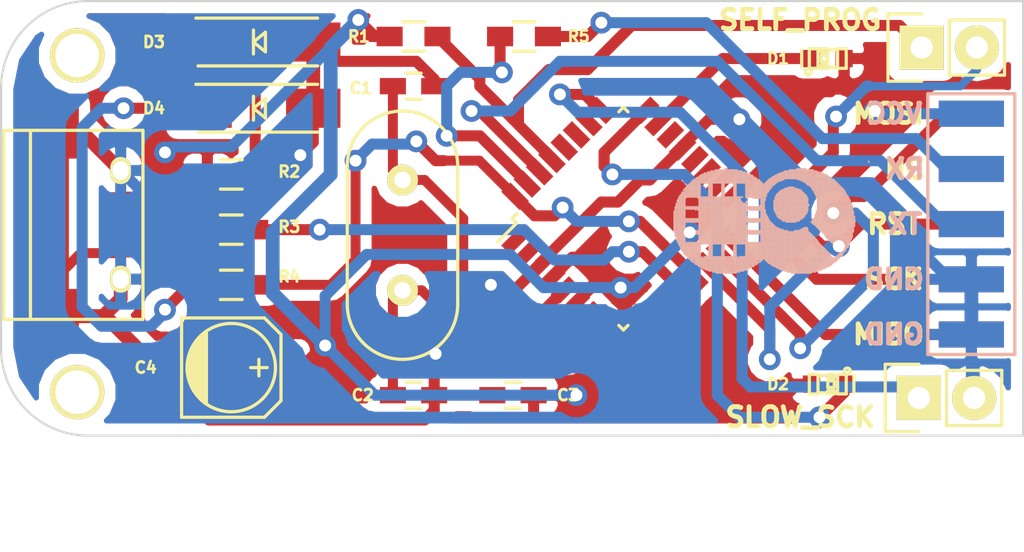
<source format=kicad_pcb>
(kicad_pcb (version 4) (host pcbnew "(2015-01-16 BZR 5376)-product")
  (layers (0 F.Cu signal) (31 B.Cu signal) (34 B.Paste user) (35 F.Paste user) (36 B.SilkS user) (37 F.SilkS user) (38 B.Mask user) (39 F.Mask user) (44 Edge.Cuts user))
  (net 0 "")
  (net 1 "Net-(C1-Pad1)")
  (net 2 GND)
  (net 3 "Net-(C2-Pad1)")
  (net 4 VCC)
  (net 5 "Net-(CON1-Pad2)")
  (net 6 "Net-(CON1-Pad3)")
  (net 7 "Net-(D1-Pad2)")
  (net 8 "Net-(D2-Pad2)")
  (net 9 "Net-(IC1-Pad1)")
  (net 10 "Net-(IC1-Pad2)")
  (net 11 "Net-(IC1-Pad9)")
  (net 12 "Net-(IC1-Pad10)")
  (net 13 "Net-(IC1-Pad11)")
  (net 14 "Net-(IC1-Pad12)")
  (net 15 "Net-(IC1-Pad13)")
  (net 16 "Net-(IC1-Pad14)")
  (net 17 "Net-(IC1-Pad15)")
  (net 18 "Net-(IC1-Pad16)")
  (net 19 "Net-(IC1-Pad17)")
  (net 20 "Net-(IC1-Pad19)")
  (net 21 "Net-(IC1-Pad20)")
  (net 22 "Net-(IC1-Pad22)")
  (net 23 "Net-(IC1-Pad25)")
  (net 24 "Net-(IC1-Pad26)")
  (net 25 "Net-(IC1-Pad27)")
  (net 26 "Net-(IC1-Pad28)")
  (net 27 "Net-(IC1-Pad29)")
  (net 28 "Net-(IC1-Pad30)")
  (net 29 "Net-(IC1-Pad31)")
  (net 30 "Net-(P1-Pad3)")
  (net 31 "Net-(P1-Pad4)")
  (net 32 "Net-(P2-Pad1)")
  (net 33 "Net-(P3-Pad1)")
  (module Connect:1pin (layer F.Cu) (at 109.5 104)
    (fp_text reference P3 hide)
    (fp_text value CONN_01X01 hide)
    (pad 1 thru_hole circle (at 0 0) (size 2.5 2.5) (drill 2) (layers *.Cu *.Mask F.SilkS) (net 33 "Net-(P3-Pad1)"))
  )
  (module Connect:1pin (layer F.Cu) (at 109.5 88.5)
    (fp_text reference P2 hide)
    (fp_text value CONN_01X01 hide)
    (pad 1 thru_hole circle (at 0 0) (size 2.5 2.5) (drill 2) (layers *.Cu *.Mask F.SilkS) (net 32 "Net-(P2-Pad1)"))
  )
  (module Capacitors_SMD:C_0603_HandSoldering (layer F.Cu) (at 124.968 89.916)
    (fp_text reference C1 (at -2.424669 0.089803) (layer F.SilkS) (effects (font (size 0.508 0.508) (thickness 0.127))))
    (fp_text value 22pF hide)
    (pad 1 smd rect (at -0.95 0) (size 1.2 0.75) (layers F.Cu F.Paste F.Mask) (net 1 "Net-(C1-Pad1)"))
    (pad 2 smd rect (at 0.95 0) (size 1.2 0.75) (layers F.Cu F.Paste F.Mask) (net 2 GND))
  )
  (module Capacitors_SMD:C_0603_HandSoldering (layer F.Cu) (at 124.968 104.14)
    (fp_text reference C2 (at -2.334867 0) (layer F.SilkS) (effects (font (size 0.508 0.508) (thickness 0.127))))
    (fp_text value 22pF hide)
    (pad 1 smd rect (at -0.95 0) (size 1.2 0.75) (layers F.Cu F.Paste F.Mask) (net 3 "Net-(C2-Pad1)"))
    (pad 2 smd rect (at 0.95 0) (size 1.2 0.75) (layers F.Cu F.Paste F.Mask) (net 2 GND))
  )
  (module Capacitors_SMD:C_0603_HandSoldering (layer F.Cu) (at 129.54 104.14)
    (fp_text reference C3 (at 2.54 0) (layer F.SilkS) (effects (font (size 0.508 0.508) (thickness 0.127))))
    (fp_text value 0.1uF hide)
    (pad 1 smd rect (at -0.95 0) (size 1.2 0.75) (layers F.Cu F.Paste F.Mask) (net 2 GND))
    (pad 2 smd rect (at 0.95 0) (size 1.2 0.75) (layers F.Cu F.Paste F.Mask) (net 4 VCC))
  )
  (module Capacitors_SMD:c_elec_4x5.8 (layer F.Cu) (at 116.586 102.87)
    (fp_text reference C4 (at -3.937 0) (layer F.SilkS) (effects (font (size 0.508 0.508) (thickness 0.127))))
    (fp_text value 4.7uF hide)
    (pad 1 smd rect (at 1.80086 0) (size 2.60096 1.6002) (layers F.Cu F.Paste F.Mask) (net 4 VCC))
    (pad 2 smd rect (at -1.80086 0) (size 2.60096 1.6002) (layers F.Cu F.Paste F.Mask) (net 2 GND))
  )
  (module EE:USB_Micro-B_SMD (layer F.Cu) (at 111.5 95)
    (fp_text reference CON1 hide)
    (fp_text value USB-MICRO-B hide)
    (pad 1 smd rect (at 0 0) (size 1.35 0.4) (layers F.Cu F.Paste F.Mask) (net 4 VCC))
    (pad 2 smd rect (at 0 0.65) (size 1.35 0.4) (layers F.Cu F.Paste F.Mask) (net 5 "Net-(CON1-Pad2)"))
    (pad 3 smd rect (at 0 1.3) (size 1.35 0.4) (layers F.Cu F.Paste F.Mask) (net 6 "Net-(CON1-Pad3)"))
    (pad 4 smd rect (at 0 1.95) (size 1.35 0.4) (layers F.Cu F.Paste F.Mask) (net 2 GND))
    (pad 5 smd rect (at 0 2.6) (size 1.35 0.4) (layers F.Cu F.Paste F.Mask) (net 2 GND))
    (pad 6 thru_hole oval (at 0 -1.2) (size 0.95 1.25) (drill oval 0.75 0.85) (layers *.Cu *.Mask F.SilkS) (net 2 GND))
    (pad 7 thru_hole oval (at 0 3.8) (size 0.95 1.25) (drill oval 0.75 0.85) (layers *.Cu *.Mask F.SilkS) (net 2 GND))
    (pad 8 smd rect (at -2.7 -3) (size 1.55 2.5) (layers F.Cu F.Paste F.Mask) (net 2 GND))
    (pad 9 smd rect (at -2.7 5.5) (size 1.55 2.5) (layers F.Cu F.Paste F.Mask) (net 2 GND))
  )
  (module EE:LED-0603_NEW (layer F.Cu) (at 144.018 88.646 180)
    (fp_text reference D1 (at 2.286 0 360) (layer F.SilkS) (effects (font (size 0.508 0.508) (thickness 0.127))))
    (fp_text value RED hide)
    (pad 1 smd rect (at -0.7493 0 180) (size 0.79756 0.79756) (layers F.Cu F.Paste F.Mask) (net 4 VCC))
    (pad 2 smd rect (at 0.7493 0 180) (size 0.79756 0.79756) (layers F.Cu F.Paste F.Mask) (net 7 "Net-(D1-Pad2)"))
  )
  (module EE:LED-0603_NEW (layer F.Cu) (at 144.018 103.632)
    (fp_text reference D2 (at -2.286 0 180) (layer F.SilkS) (effects (font (size 0.508 0.508) (thickness 0.127))))
    (fp_text value GREEN hide)
    (pad 1 smd rect (at -0.7493 0) (size 0.79756 0.79756) (layers F.Cu F.Paste F.Mask) (net 4 VCC))
    (pad 2 smd rect (at 0.7493 0) (size 0.79756 0.79756) (layers F.Cu F.Paste F.Mask) (net 8 "Net-(D2-Pad2)"))
  )
  (module Pin_Headers:Pin_Header_Straight_1x02 (layer F.Cu) (at 148.336 88.138 90)
    (fp_text reference JP1 hide)
    (fp_text value SELF_PROG hide)
    (pad 1 thru_hole rect (at 0 0 90) (size 2.032 2.032) (drill 1.016) (layers *.Cu *.Mask F.SilkS) (net 27 "Net-(IC1-Pad29)"))
    (pad 2 thru_hole oval (at 0 2.54 90) (size 2.032 2.032) (drill 1.016) (layers *.Cu *.Mask F.SilkS) (net 16 "Net-(IC1-Pad14)"))
  )
  (module Pin_Headers:Pin_Header_Straight_1x02 (layer F.Cu) (at 148.209 104.267 90)
    (fp_text reference JP2 hide)
    (fp_text value SLOW_SCK hide)
    (pad 1 thru_hole rect (at 0 0 90) (size 2.032 2.032) (drill 1.016) (layers *.Cu *.Mask F.SilkS) (net 23 "Net-(IC1-Pad25)"))
    (pad 2 thru_hole oval (at 0 2.54 90) (size 2.032 2.032) (drill 1.016) (layers *.Cu *.Mask F.SilkS) (net 2 GND))
  )
  (module EE:5X2_FRC_2SIDE_EE (layer F.Cu) (at 150.622 96.266)
    (fp_text reference P1 hide)
    (fp_text value CONN_02X05 hide)
    (pad 1 smd rect (at 0 -5.08) (size 3 1.2) (layers F.Cu F.Paste F.Mask) (net 17 "Net-(IC1-Pad15)"))
    (pad 2 smd rect (at 0 -5.08) (size 3 1.2) (layers B.Cu F.Paste F.Mask) (net 4 VCC))
    (pad 3 smd rect (at 0 -2.54) (size 3 1.2) (layers F.Cu F.Paste F.Mask) (net 30 "Net-(P1-Pad3)"))
    (pad 4 smd rect (at 0 -2.54) (size 3 1.2) (layers B.Cu F.Paste F.Mask) (net 31 "Net-(P1-Pad4)"))
    (pad 5 smd rect (at 0 0) (size 3 1.2) (layers F.Cu F.Paste F.Mask) (net 16 "Net-(IC1-Pad14)"))
    (pad 6 smd rect (at 0 0) (size 3 1.2) (layers B.Cu F.Paste F.Mask) (net 28 "Net-(IC1-Pad30)"))
    (pad 7 smd rect (at 0 2.54) (size 3 1.2) (layers F.Cu F.Paste F.Mask) (net 19 "Net-(IC1-Pad17)"))
    (pad 8 smd rect (at 0 2.54) (size 3 1.2) (layers B.Cu F.Paste F.Mask) (net 2 GND))
    (pad 9 smd rect (at 0 5.08) (size 3 1.2) (layers F.Cu F.Paste F.Mask) (net 18 "Net-(IC1-Pad16)"))
    (pad 10 smd rect (at 0 5.08) (size 3 1.2) (layers B.Cu F.Paste F.Mask) (net 2 GND))
  )
  (module Resistors_SMD:R_0603_HandSoldering (layer F.Cu) (at 124.968 87.63 180)
    (fp_text reference R1 (at 2.514472 0 180) (layer F.SilkS) (effects (font (size 0.508 0.508) (thickness 0.127))))
    (fp_text value 10K hide)
    (pad 1 smd rect (at -1.1 0 180) (size 1.2 0.9) (layers F.Cu F.Paste F.Mask) (net 27 "Net-(IC1-Pad29)"))
    (pad 2 smd rect (at 1.1 0 180) (size 1.2 0.9) (layers F.Cu F.Paste F.Mask) (net 4 VCC))
  )
  (module Resistors_SMD:R_0603_HandSoldering (layer F.Cu) (at 116.586 93.98)
    (fp_text reference R2 (at 2.667 -0.127) (layer F.SilkS) (effects (font (size 0.508 0.508) (thickness 0.127))))
    (fp_text value 2.2K hide)
    (pad 1 smd rect (at -1.1 0) (size 1.2 0.9) (layers F.Cu F.Paste F.Mask) (net 4 VCC))
    (pad 2 smd rect (at 1.1 0) (size 1.2 0.9) (layers F.Cu F.Paste F.Mask) (net 5 "Net-(CON1-Pad2)"))
  )
  (module Resistors_SMD:R_0603_HandSoldering (layer F.Cu) (at 116.586 96.52)
    (fp_text reference R3 (at 2.667 -0.127) (layer F.SilkS) (effects (font (size 0.508 0.508) (thickness 0.127))))
    (fp_text value 68E hide)
    (pad 1 smd rect (at -1.1 0) (size 1.2 0.9) (layers F.Cu F.Paste F.Mask) (net 5 "Net-(CON1-Pad2)"))
    (pad 2 smd rect (at 1.1 0) (size 1.2 0.9) (layers F.Cu F.Paste F.Mask) (net 14 "Net-(IC1-Pad12)"))
  )
  (module Resistors_SMD:R_0603_HandSoldering (layer F.Cu) (at 116.586 99.06)
    (fp_text reference R4 (at 2.667 -0.381) (layer F.SilkS) (effects (font (size 0.508 0.508) (thickness 0.127))))
    (fp_text value 68E hide)
    (pad 1 smd rect (at -1.1 0) (size 1.2 0.9) (layers F.Cu F.Paste F.Mask) (net 6 "Net-(CON1-Pad3)"))
    (pad 2 smd rect (at 1.1 0) (size 1.2 0.9) (layers F.Cu F.Paste F.Mask) (net 15 "Net-(IC1-Pad13)"))
  )
  (module Resistors_SMD:R_0603_HandSoldering (layer F.Cu) (at 130.048 87.63 180)
    (fp_text reference R5 (at -2.514472 0 180) (layer F.SilkS) (effects (font (size 0.508 0.508) (thickness 0.127))))
    (fp_text value 1k hide)
    (pad 1 smd rect (at -1.1 0 180) (size 1.2 0.9) (layers F.Cu F.Paste F.Mask) (net 31 "Net-(P1-Pad4)"))
    (pad 2 smd rect (at 1.1 0 180) (size 1.2 0.9) (layers F.Cu F.Paste F.Mask) (net 29 "Net-(IC1-Pad31)"))
  )
  (module Crystals:HC-49V (layer F.Cu) (at 124.46 96.774 270)
    (fp_text reference X1 hide)
    (fp_text value CRYSTAL hide)
    (pad 1 thru_hole circle (at -2.54 0 270) (size 1.4224 1.4224) (drill 0.762) (layers *.Cu *.Mask F.SilkS) (net 1 "Net-(C1-Pad1)"))
    (pad 2 thru_hole circle (at 2.54 0 270) (size 1.4224 1.4224) (drill 0.762) (layers *.Cu *.Mask F.SilkS) (net 3 "Net-(C2-Pad1)"))
  )
  (module Housings_QFP:LQFP-32_7x7mm_Pitch0.8mm (layer F.Cu) (at 134.62 96.012 45)
    (fp_text reference IC1 hide)
    (fp_text value ATMEGA8-AI hide)
    (pad 1 smd rect (at -4.25 -2.8 45) (size 1.2 0.6) (layers F.Cu F.Paste F.Mask) (net 9 "Net-(IC1-Pad1)"))
    (pad 2 smd rect (at -4.25 -2 45) (size 1.2 0.6) (layers F.Cu F.Paste F.Mask) (net 10 "Net-(IC1-Pad2)"))
    (pad 3 smd rect (at -4.25 -1.2 45) (size 1.2 0.6) (layers F.Cu F.Paste F.Mask) (net 2 GND))
    (pad 4 smd rect (at -4.25 -0.4 45) (size 1.2 0.6) (layers F.Cu F.Paste F.Mask) (net 4 VCC))
    (pad 5 smd rect (at -4.25 0.4 45) (size 1.2 0.6) (layers F.Cu F.Paste F.Mask) (net 2 GND))
    (pad 6 smd rect (at -4.25 1.2 45) (size 1.2 0.6) (layers F.Cu F.Paste F.Mask) (net 4 VCC))
    (pad 7 smd rect (at -4.25 2 45) (size 1.2 0.6) (layers F.Cu F.Paste F.Mask) (net 1 "Net-(C1-Pad1)"))
    (pad 8 smd rect (at -4.25 2.8 45) (size 1.2 0.6) (layers F.Cu F.Paste F.Mask) (net 3 "Net-(C2-Pad1)"))
    (pad 9 smd rect (at -2.8 4.25 135) (size 1.2 0.6) (layers F.Cu F.Paste F.Mask) (net 11 "Net-(IC1-Pad9)"))
    (pad 10 smd rect (at -2 4.25 135) (size 1.2 0.6) (layers F.Cu F.Paste F.Mask) (net 12 "Net-(IC1-Pad10)"))
    (pad 11 smd rect (at -1.2 4.25 135) (size 1.2 0.6) (layers F.Cu F.Paste F.Mask) (net 13 "Net-(IC1-Pad11)"))
    (pad 12 smd rect (at -0.4 4.25 135) (size 1.2 0.6) (layers F.Cu F.Paste F.Mask) (net 14 "Net-(IC1-Pad12)"))
    (pad 13 smd rect (at 0.4 4.25 135) (size 1.2 0.6) (layers F.Cu F.Paste F.Mask) (net 15 "Net-(IC1-Pad13)"))
    (pad 14 smd rect (at 1.2 4.25 135) (size 1.2 0.6) (layers F.Cu F.Paste F.Mask) (net 16 "Net-(IC1-Pad14)"))
    (pad 15 smd rect (at 2 4.25 135) (size 1.2 0.6) (layers F.Cu F.Paste F.Mask) (net 17 "Net-(IC1-Pad15)"))
    (pad 16 smd rect (at 2.8 4.25 135) (size 1.2 0.6) (layers F.Cu F.Paste F.Mask) (net 18 "Net-(IC1-Pad16)"))
    (pad 17 smd rect (at 4.25 2.8 45) (size 1.2 0.6) (layers F.Cu F.Paste F.Mask) (net 19 "Net-(IC1-Pad17)"))
    (pad 18 smd rect (at 4.25 2 45) (size 1.2 0.6) (layers F.Cu F.Paste F.Mask) (net 4 VCC))
    (pad 19 smd rect (at 4.25 1.2 45) (size 1.2 0.6) (layers F.Cu F.Paste F.Mask) (net 20 "Net-(IC1-Pad19)"))
    (pad 20 smd rect (at 4.25 0.4 45) (size 1.2 0.6) (layers F.Cu F.Paste F.Mask) (net 21 "Net-(IC1-Pad20)"))
    (pad 21 smd rect (at 4.25 -0.4 45) (size 1.2 0.6) (layers F.Cu F.Paste F.Mask) (net 2 GND))
    (pad 22 smd rect (at 4.25 -1.2 45) (size 1.2 0.6) (layers F.Cu F.Paste F.Mask) (net 22 "Net-(IC1-Pad22)"))
    (pad 23 smd rect (at 4.25 -2 45) (size 1.2 0.6) (layers F.Cu F.Paste F.Mask) (net 7 "Net-(D1-Pad2)"))
    (pad 24 smd rect (at 4.25 -2.8 45) (size 1.2 0.6) (layers F.Cu F.Paste F.Mask) (net 8 "Net-(D2-Pad2)"))
    (pad 25 smd rect (at 2.8 -4.25 135) (size 1.2 0.6) (layers F.Cu F.Paste F.Mask) (net 23 "Net-(IC1-Pad25)"))
    (pad 26 smd rect (at 2 -4.25 135) (size 1.2 0.6) (layers F.Cu F.Paste F.Mask) (net 24 "Net-(IC1-Pad26)"))
    (pad 27 smd rect (at 1.2 -4.25 135) (size 1.2 0.6) (layers F.Cu F.Paste F.Mask) (net 25 "Net-(IC1-Pad27)"))
    (pad 28 smd rect (at 0.4 -4.25 135) (size 1.2 0.6) (layers F.Cu F.Paste F.Mask) (net 26 "Net-(IC1-Pad28)"))
    (pad 29 smd rect (at -0.4 -4.25 135) (size 1.2 0.6) (layers F.Cu F.Paste F.Mask) (net 27 "Net-(IC1-Pad29)"))
    (pad 30 smd rect (at -1.2 -4.25 135) (size 1.2 0.6) (layers F.Cu F.Paste F.Mask) (net 28 "Net-(IC1-Pad30)"))
    (pad 31 smd rect (at -2 -4.25 135) (size 1.2 0.6) (layers F.Cu F.Paste F.Mask) (net 29 "Net-(IC1-Pad31)"))
    (pad 32 smd rect (at -2.8 -4.25 135) (size 1.2 0.6) (layers F.Cu F.Paste F.Mask) (net 15 "Net-(IC1-Pad13)"))
  )
  (module EE:ZenerDiode_SMD_new (layer F.Cu) (at 117.856 87.884)
    (fp_text reference D3 (at -4.826 0) (layer F.SilkS) (effects (font (size 0.508 0.508) (thickness 0.127))))
    (fp_text value ZENER hide)
    (pad 2 smd rect (at -2.49936 0) (size 2.5 1.80086) (layers F.Cu F.Paste F.Mask) (net 5 "Net-(CON1-Pad2)"))
    (pad 1 smd rect (at 2.49936 0) (size 2.5 1.80086) (layers F.Cu F.Paste F.Mask) (net 2 GND))
  )
  (module EE:ZenerDiode_SMD_new (layer F.Cu) (at 117.856 90.932)
    (fp_text reference D4 (at -4.826 0) (layer F.SilkS) (effects (font (size 0.508 0.508) (thickness 0.127))))
    (fp_text value ZENER hide)
    (pad 2 smd rect (at -2.49936 0) (size 2.5 1.80086) (layers F.Cu F.Paste F.Mask) (net 6 "Net-(CON1-Pad3)"))
    (pad 1 smd rect (at 2.49936 0) (size 2.5 1.80086) (layers F.Cu F.Paste F.Mask) (net 2 GND))
  )
  (module "logo:LOGO (2)" (layer B.Cu) (at 145.923 93.345 180)
    (fp_text reference LOGO hide)
    (fp_text value "" (at 0 0 180) (layer B.SilkS) (effects (justify mirror)))
  )
  (gr_line (start 110 86) (end 153 86) (angle 90) (layer Edge.Cuts) (width 0.1))
  (gr_line (start 106 90) (end 106 102) (angle 90) (layer Edge.Cuts) (width 0.1))
  (gr_line (start 110 106) (end 153 106) (angle 90) (layer Edge.Cuts) (width 0.1))
  (gr_arc (start 110 102) (end 110 106) (angle 90) (layer Edge.Cuts) (width 0.1))
  (gr_arc (start 110 90) (end 106 90) (angle 90) (layer Edge.Cuts) (width 0.1))
  (gr_text RX (at 147.574 93.726) (layer B.SilkS) (effects (font (size 0.889 0.889) (thickness 0.22225)) (justify mirror)))
  (gr_text GND (at 147.066 101.346) (layer B.SilkS) (effects (font (size 0.889 0.889) (thickness 0.22225)) (justify mirror)))
  (gr_text GND (at 147.066 98.806) (layer B.SilkS) (effects (font (size 0.889 0.889) (thickness 0.22225)) (justify mirror)))
  (gr_text TX (at 147.574 96.266) (layer B.SilkS) (effects (font (size 0.889 0.889) (thickness 0.22225)) (justify mirror)))
  (gr_text VCC (at 147.066 91.186) (layer B.SilkS) (effects (font (size 0.889 0.889) (thickness 0.22225)) (justify mirror)))
  (gr_text MISO (at 146.812 101.346) (layer F.SilkS) (effects (font (size 0.889 0.889) (thickness 0.22225))))
  (gr_text SCK (at 147.066 98.806) (layer F.SilkS) (effects (font (size 0.889 0.889) (thickness 0.22225))))
  (gr_text RST (at 147.066 96.266) (layer F.SilkS) (effects (font (size 0.889 0.889) (thickness 0.22225))))
  (gr_text NC (at 147.574 93.726) (layer F.SilkS) (effects (font (size 0.889 0.889) (thickness 0.22225))))
  (gr_text MOSI (at 146.812 91.186) (layer F.SilkS) (effects (font (size 0.889 0.889) (thickness 0.22225))))
  (gr_text SELF_PROG (at 142.748 86.868) (layer F.SilkS) (effects (font (size 0.889 0.889) (thickness 0.22225))))
  (gr_text SLOW_SCK (at 142.748 105.156) (layer F.SilkS) (effects (font (size 0.889 0.889) (thickness 0.22225))))
  (gr_line (start 153 106) (end 153 86) (angle 90) (layer Edge.Cuts) (width 0.1))
  (segment (start 124.018 93.792) (end 124.46 94.234) (width 0.4572) (layer F.Cu) (net 1))
  (segment (start 124.018 89.916) (end 124.018 93.792) (width 0.4572) (layer F.Cu) (net 1))
  (segment (start 125.476 94.234) (end 124.46 94.234) (width 0.4572) (layer F.Cu) (net 1))
  (segment (start 127.254 96.012) (end 125.476 94.234) (width 0.4572) (layer F.Cu) (net 1))
  (segment (start 127.254 99.568) (end 127.254 96.012) (width 0.4572) (layer F.Cu) (net 1))
  (segment (start 129.286 101.6) (end 127.254 99.568) (width 0.4572) (layer F.Cu) (net 1))
  (segment (start 131.826 101.6) (end 129.286 101.6) (width 0.4572) (layer F.Cu) (net 1))
  (segment (start 132.994583 100.431417) (end 131.826 101.6) (width 0.4572) (layer F.Cu) (net 1))
  (segment (start 133.02901 100.431417) (end 132.994583 100.431417) (width 0.4572) (layer F.Cu) (net 1))
  (segment (start 130.867686 100.33) (end 131.897639 99.300047) (width 0.508) (layer F.Cu) (net 2))
  (segment (start 130.048 100.33) (end 130.867686 100.33) (width 0.508) (layer F.Cu) (net 2))
  (segment (start 129.667 99.949) (end 130.048 100.33) (width 0.508) (layer F.Cu) (net 2))
  (segment (start 129.667 99.2505) (end 129.667 99.949) (width 0.508) (layer F.Cu) (net 2))
  (segment (start 129.69875 99.21875) (end 129.667 99.2505) (width 0.508) (layer F.Cu) (net 2))
  (segment (start 130.748824 98.168676) (end 129.69875 99.21875) (width 0.508) (layer F.Cu) (net 2))
  (segment (start 130.766268 98.168676) (end 130.748824 98.168676) (width 0.508) (layer F.Cu) (net 2))
  (segment (start 125.918 104.14) (end 128.59 104.14) (width 0.4572) (layer F.Cu) (net 2))
  (segment (start 111.5 96.95) (end 111.5 97.6) (width 0.4572) (layer F.Cu) (net 2))
  (segment (start 108.8 98.464) (end 109.664 97.6) (width 0.4572) (layer F.Cu) (net 2))
  (segment (start 109.664 97.6) (end 111.5 97.6) (width 0.4572) (layer F.Cu) (net 2))
  (segment (start 108.8 100.5) (end 108.8 98.464) (width 0.4572) (layer F.Cu) (net 2))
  (segment (start 108.8 92) (end 108.8 100.5) (width 0.635) (layer F.Cu) (net 2))
  (segment (start 113.157 102.87) (end 110.787 100.5) (width 0.635) (layer F.Cu) (net 2))
  (segment (start 110.787 100.5) (end 108.8 100.5) (width 0.635) (layer F.Cu) (net 2))
  (segment (start 114.78514 102.87) (end 113.157 102.87) (width 0.635) (layer F.Cu) (net 2))
  (segment (start 120.35536 87.884) (end 120.35536 90.932) (width 0.635) (layer F.Cu) (net 2))
  (segment (start 121.24436 88.773) (end 120.35536 87.884) (width 0.508) (layer F.Cu) (net 2))
  (segment (start 125.095 88.773) (end 121.24436 88.773) (width 0.508) (layer F.Cu) (net 2))
  (segment (start 125.918 89.596) (end 125.095 88.773) (width 0.508) (layer F.Cu) (net 2))
  (segment (start 125.918 89.916) (end 125.918 89.596) (width 0.508) (layer F.Cu) (net 2))
  (segment (start 109.7 92) (end 111.5 93.8) (width 0.635) (layer F.Cu) (net 2))
  (segment (start 108.8 92) (end 109.7 92) (width 0.635) (layer F.Cu) (net 2))
  (segment (start 110.701 100.5) (end 111.5 99.701) (width 0.635) (layer F.Cu) (net 2))
  (segment (start 111.5 99.701) (end 111.5 98.8) (width 0.635) (layer F.Cu) (net 2))
  (segment (start 108.8 100.5) (end 110.701 100.5) (width 0.635) (layer F.Cu) (net 2))
  (segment (start 120.35536 92.49664) (end 119.761 93.091) (width 0.508) (layer F.Cu) (net 2))
  (via (at 119.761 93.091) (size 1) (drill 0.55) (layers F.Cu B.Cu) (net 2))
  (segment (start 119.761 93.091) (end 118.237 94.615) (width 0.508) (layer B.Cu) (net 2))
  (segment (start 118.237 94.615) (end 112.315 94.615) (width 0.508) (layer B.Cu) (net 2))
  (segment (start 112.315 94.615) (end 111.5 93.8) (width 0.508) (layer B.Cu) (net 2))
  (segment (start 120.35536 90.932) (end 120.35536 92.49664) (width 0.508) (layer F.Cu) (net 2))
  (segment (start 125.918 104.841) (end 125.918 104.14) (width 0.508) (layer F.Cu) (net 2))
  (segment (start 125.476 105.283) (end 125.918 104.841) (width 0.508) (layer F.Cu) (net 2))
  (segment (start 115.57 105.283) (end 125.476 105.283) (width 0.508) (layer F.Cu) (net 2))
  (segment (start 114.78514 104.49814) (end 115.57 105.283) (width 0.508) (layer F.Cu) (net 2))
  (segment (start 114.78514 102.87) (end 114.78514 104.49814) (width 0.508) (layer F.Cu) (net 2))
  (segment (start 150.622 98.806) (end 150.622 101.346) (width 0.635) (layer B.Cu) (net 2))
  (segment (start 128.68275 99.21875) (end 128.524 99.06) (width 0.508) (layer F.Cu) (net 2))
  (via (at 128.524 99.06) (size 1) (drill 0.55) (layers F.Cu B.Cu) (net 2))
  (segment (start 128.524 99.06) (end 125.984 101.6) (width 0.508) (layer B.Cu) (net 2))
  (segment (start 125.984 101.6) (end 125.984 102.235) (width 0.508) (layer B.Cu) (net 2))
  (via (at 125.984 102.235) (size 1) (drill 0.55) (layers F.Cu B.Cu) (net 2))
  (segment (start 125.984 102.235) (end 125.918 102.301) (width 0.508) (layer F.Cu) (net 2))
  (segment (start 125.918 102.301) (end 125.918 104.14) (width 0.508) (layer F.Cu) (net 2))
  (segment (start 129.69875 99.21875) (end 128.68275 99.21875) (width 0.508) (layer F.Cu) (net 2))
  (segment (start 133.604 95.25) (end 134.366 95.25) (width 0.508) (layer F.Cu) (net 2))
  (segment (start 134.366 95.25) (end 135.382 94.234) (width 0.508) (layer F.Cu) (net 2))
  (segment (start 135.382 94.234) (end 135.832314 94.234) (width 0.508) (layer F.Cu) (net 2))
  (segment (start 135.832314 94.234) (end 137.342361 92.723953) (width 0.508) (layer F.Cu) (net 2))
  (segment (start 130.766268 98.087732) (end 133.604 95.25) (width 0.508) (layer F.Cu) (net 2))
  (segment (start 130.766268 98.168676) (end 130.766268 98.087732) (width 0.508) (layer F.Cu) (net 2))
  (segment (start 150.622 98.806) (end 149.606 98.806) (width 0.508) (layer B.Cu) (net 2))
  (segment (start 138.557 91.44) (end 139.065 91.44) (width 0.508) (layer F.Cu) (net 2))
  (segment (start 141.859 93.345) (end 139.954 91.44) (width 0.508) (layer B.Cu) (net 2))
  (segment (start 147.574 96.774) (end 147.574 96.139) (width 0.508) (layer B.Cu) (net 2))
  (segment (start 147.574 96.139) (end 145.796 94.361) (width 0.508) (layer B.Cu) (net 2))
  (segment (start 145.796 94.361) (end 142.875 94.361) (width 0.508) (layer B.Cu) (net 2))
  (segment (start 142.875 94.361) (end 141.859 93.345) (width 0.508) (layer B.Cu) (net 2))
  (segment (start 149.606 98.806) (end 147.574 96.774) (width 0.508) (layer B.Cu) (net 2))
  (segment (start 139.954 91.44) (end 139.065 91.44) (width 0.508) (layer F.Cu) (net 2))
  (via (at 139.954 91.44) (size 1) (drill 0.55) (layers F.Cu B.Cu) (net 2))
  (segment (start 137.342361 92.654639) (end 138.557 91.44) (width 0.508) (layer F.Cu) (net 2))
  (segment (start 137.342361 92.723953) (end 137.342361 92.654639) (width 0.508) (layer F.Cu) (net 2))
  (segment (start 150.622 104.14) (end 150.749 104.267) (width 0.508) (layer B.Cu) (net 2))
  (segment (start 150.622 101.346) (end 150.622 104.14) (width 0.508) (layer B.Cu) (net 2))
  (segment (start 124.018 101.534) (end 124.018 104.14) (width 0.4572) (layer F.Cu) (net 3))
  (segment (start 124.018 99.756) (end 124.46 99.314) (width 0.4572) (layer F.Cu) (net 3))
  (segment (start 124.018 104.14) (end 124.018 99.756) (width 0.4572) (layer F.Cu) (net 3))
  (segment (start 125.349 99.314) (end 124.46 99.314) (width 0.4572) (layer F.Cu) (net 3))
  (segment (start 128.524 102.489) (end 125.349 99.314) (width 0.4572) (layer F.Cu) (net 3))
  (segment (start 132.08 102.489) (end 128.524 102.489) (width 0.4572) (layer F.Cu) (net 3))
  (segment (start 133.571897 100.997103) (end 132.08 102.489) (width 0.4572) (layer F.Cu) (net 3))
  (segment (start 133.594695 100.997103) (end 133.571897 100.997103) (width 0.4572) (layer F.Cu) (net 3))
  (segment (start 133.477 98.852056) (end 132.463324 99.865732) (width 0.508) (layer F.Cu) (net 4))
  (segment (start 133.477 98.171) (end 133.477 98.852056) (width 0.508) (layer F.Cu) (net 4))
  (segment (start 133.35 98.044) (end 133.477 98.171) (width 0.508) (layer F.Cu) (net 4))
  (segment (start 133.096 97.79) (end 133.35 98.044) (width 0.508) (layer F.Cu) (net 4))
  (segment (start 132.2705 97.79) (end 133.096 97.79) (width 0.508) (layer F.Cu) (net 4))
  (segment (start 131.331953 98.728547) (end 132.2705 97.79) (width 0.508) (layer F.Cu) (net 4))
  (segment (start 131.331953 98.734361) (end 131.331953 98.728547) (width 0.508) (layer F.Cu) (net 4))
  (segment (start 113.153 95) (end 114.173 93.98) (width 0.4572) (layer F.Cu) (net 4))
  (segment (start 114.173 93.98) (end 115.486 93.98) (width 0.4572) (layer F.Cu) (net 4))
  (segment (start 111.5 95) (end 113.153 95) (width 0.4572) (layer F.Cu) (net 4))
  (segment (start 113.792 92.71) (end 113.538 92.964) (width 0.508) (layer B.Cu) (net 4))
  (via (at 113.538 92.964) (size 1) (drill 0.55) (layers F.Cu B.Cu) (net 4))
  (segment (start 113.538 92.964) (end 114.554 93.98) (width 0.508) (layer F.Cu) (net 4))
  (segment (start 114.554 93.98) (end 115.486 93.98) (width 0.508) (layer F.Cu) (net 4))
  (segment (start 123.868 87.63) (end 123.19 87.63) (width 0.508) (layer F.Cu) (net 4))
  (segment (start 116.586 92.71) (end 114.681 92.71) (width 0.508) (layer B.Cu) (net 4))
  (segment (start 122.428 86.868) (end 116.586 92.71) (width 0.508) (layer B.Cu) (net 4))
  (via (at 122.428 86.868) (size 1) (drill 0.55) (layers F.Cu B.Cu) (net 4))
  (segment (start 123.19 87.63) (end 122.428 86.868) (width 0.508) (layer F.Cu) (net 4))
  (segment (start 114.681 92.71) (end 113.792 92.71) (width 0.508) (layer B.Cu) (net 4))
  (segment (start 142.621 103.632) (end 142.113 104.14) (width 0.508) (layer F.Cu) (net 4))
  (segment (start 142.113 104.14) (end 130.49 104.14) (width 0.508) (layer F.Cu) (net 4))
  (segment (start 143.2687 103.632) (end 142.621 103.632) (width 0.508) (layer F.Cu) (net 4))
  (segment (start 121.158 93.98) (end 121.158 88.138) (width 0.635) (layer B.Cu) (net 4))
  (segment (start 118.491 96.647) (end 121.158 93.98) (width 0.635) (layer B.Cu) (net 4))
  (segment (start 118.491 99.441) (end 118.491 96.647) (width 0.635) (layer B.Cu) (net 4))
  (segment (start 120.904 101.854) (end 118.491 99.441) (width 0.635) (layer B.Cu) (net 4))
  (segment (start 121.158 88.138) (end 122.428 86.868) (width 0.635) (layer B.Cu) (net 4))
  (via (at 120.904 101.854) (size 1) (drill 0.55) (layers F.Cu B.Cu) (net 4))
  (segment (start 119.888 102.87) (end 120.904 101.854) (width 0.635) (layer F.Cu) (net 4))
  (segment (start 118.38686 102.87) (end 119.888 102.87) (width 0.635) (layer F.Cu) (net 4))
  (segment (start 146.304 91.186) (end 146.177 91.059) (width 0.508) (layer B.Cu) (net 4))
  (via (at 146.177 91.059) (size 1) (drill 0.55) (layers F.Cu B.Cu) (net 4))
  (segment (start 150.622 91.186) (end 146.304 91.186) (width 0.508) (layer B.Cu) (net 4))
  (via (at 134.493 99.187) (size 1) (drill 0.55) (layers F.Cu B.Cu) (net 4))
  (segment (start 133.35 98.044) (end 134.493 99.187) (width 0.508) (layer F.Cu) (net 4))
  (segment (start 120.904 99.568) (end 120.904 101.854) (width 0.508) (layer B.Cu) (net 4))
  (segment (start 122.809 97.663) (end 120.904 99.568) (width 0.508) (layer B.Cu) (net 4))
  (segment (start 129.286 97.663) (end 122.809 97.663) (width 0.508) (layer B.Cu) (net 4))
  (via (at 132.461 104.14) (size 1) (drill 0.55) (layers F.Cu B.Cu) (net 4))
  (segment (start 130.49 104.14) (end 132.461 104.14) (width 0.508) (layer F.Cu) (net 4))
  (segment (start 131.331953 98.728547) (end 131.331953 98.734361) (width 0.508) (layer F.Cu) (net 4))
  (segment (start 132.2705 97.79) (end 131.331953 98.728547) (width 0.508) (layer F.Cu) (net 4))
  (segment (start 133.096 97.79) (end 132.2705 97.79) (width 0.508) (layer F.Cu) (net 4))
  (segment (start 133.477 98.171) (end 133.096 97.79) (width 0.508) (layer F.Cu) (net 4))
  (segment (start 133.477 98.806) (end 133.477 98.171) (width 0.508) (layer F.Cu) (net 4))
  (segment (start 132.463324 99.819676) (end 133.477 98.806) (width 0.508) (layer F.Cu) (net 4))
  (segment (start 132.463324 99.865732) (end 132.463324 99.819676) (width 0.508) (layer F.Cu) (net 4))
  (segment (start 130.937 99.187) (end 129.413 97.663) (width 0.508) (layer B.Cu) (net 4))
  (segment (start 129.413 97.663) (end 129.286 97.663) (width 0.508) (layer B.Cu) (net 4))
  (segment (start 134.493 99.187) (end 130.937 99.187) (width 0.508) (layer B.Cu) (net 4))
  (segment (start 137.668 95.758) (end 137.668 96.647) (width 0.508) (layer F.Cu) (net 4))
  (segment (start 134.493 99.187) (end 135.128 99.187) (width 0.508) (layer B.Cu) (net 4))
  (via (at 137.668 96.647) (size 1) (drill 0.55) (layers F.Cu B.Cu) (net 4))
  (segment (start 135.128 99.187) (end 137.668 96.647) (width 0.508) (layer B.Cu) (net 4))
  (segment (start 139.00499 94.42101) (end 137.668 95.758) (width 0.508) (layer F.Cu) (net 4))
  (segment (start 139.039417 94.42101) (end 139.00499 94.42101) (width 0.508) (layer F.Cu) (net 4))
  (segment (start 141.478 91.948) (end 141.986 91.44) (width 0.508) (layer F.Cu) (net 4))
  (segment (start 139.039417 94.386583) (end 141.478 91.948) (width 0.508) (layer F.Cu) (net 4))
  (segment (start 139.039417 94.42101) (end 139.039417 94.386583) (width 0.508) (layer F.Cu) (net 4))
  (segment (start 144.7673 89.5477) (end 144.7673 88.646) (width 0.508) (layer F.Cu) (net 4))
  (segment (start 144.145 90.17) (end 144.7673 89.5477) (width 0.508) (layer F.Cu) (net 4))
  (segment (start 143.256 90.17) (end 144.145 90.17) (width 0.508) (layer F.Cu) (net 4))
  (segment (start 141.478 91.948) (end 143.256 90.17) (width 0.508) (layer F.Cu) (net 4))
  (segment (start 144.7673 89.5477) (end 144.7673 88.646) (width 0.508) (layer F.Cu) (net 4))
  (segment (start 146.177 90.9574) (end 144.7673 89.5477) (width 0.508) (layer F.Cu) (net 4))
  (segment (start 146.177 91.059) (end 146.177 90.9574) (width 0.508) (layer F.Cu) (net 4))
  (segment (start 123.19 104.14) (end 120.904 101.854) (width 0.508) (layer B.Cu) (net 4))
  (segment (start 132.461 104.14) (end 123.19 104.14) (width 0.508) (layer B.Cu) (net 4))
  (segment (start 113.303 95.65) (end 114.173 96.52) (width 0.4572) (layer F.Cu) (net 5))
  (segment (start 114.173 96.52) (end 115.486 96.52) (width 0.4572) (layer F.Cu) (net 5))
  (segment (start 111.5 95.65) (end 113.303 95.65) (width 0.4572) (layer F.Cu) (net 5))
  (segment (start 115.486 96.35) (end 115.486 96.52) (width 0.4572) (layer F.Cu) (net 5))
  (segment (start 117.686 94.15) (end 115.486 96.35) (width 0.4572) (layer F.Cu) (net 5))
  (segment (start 117.686 93.98) (end 117.686 94.15) (width 0.4572) (layer F.Cu) (net 5))
  (segment (start 117.686 89.111) (end 117.686 93.98) (width 0.508) (layer F.Cu) (net 5))
  (segment (start 116.459 87.884) (end 117.686 89.111) (width 0.508) (layer F.Cu) (net 5))
  (segment (start 115.35664 87.884) (end 116.459 87.884) (width 0.508) (layer F.Cu) (net 5))
  (segment (start 114.681 99.06) (end 115.486 99.06) (width 0.4572) (layer F.Cu) (net 6))
  (segment (start 113.792 98.171) (end 114.681 99.06) (width 0.4572) (layer F.Cu) (net 6))
  (segment (start 113.792 97.037028) (end 113.792 98.171) (width 0.4572) (layer F.Cu) (net 6))
  (segment (start 113.054972 96.3) (end 113.792 97.037028) (width 0.4572) (layer F.Cu) (net 6))
  (segment (start 111.5 96.3) (end 113.054972 96.3) (width 0.4572) (layer F.Cu) (net 6))
  (segment (start 114.681 99.06) (end 115.486 99.06) (width 0.508) (layer F.Cu) (net 6))
  (segment (start 115.35664 90.932) (end 112.776 90.932) (width 0.508) (layer F.Cu) (net 6))
  (via (at 111.633 90.932) (size 1) (drill 0.55) (layers F.Cu B.Cu) (net 6))
  (segment (start 111.633 90.932) (end 110.617 90.932) (width 0.508) (layer B.Cu) (net 6))
  (segment (start 113.538 100.203) (end 113.538 100.33) (width 0.508) (layer B.Cu) (net 6))
  (segment (start 109.728 91.821) (end 110.617 90.932) (width 0.508) (layer B.Cu) (net 6))
  (segment (start 109.728 100.076) (end 109.728 91.821) (width 0.508) (layer B.Cu) (net 6))
  (segment (start 110.617 100.965) (end 109.728 100.076) (width 0.508) (layer B.Cu) (net 6))
  (segment (start 112.903 100.965) (end 110.617 100.965) (width 0.508) (layer B.Cu) (net 6))
  (segment (start 113.538 100.33) (end 112.903 100.965) (width 0.508) (layer B.Cu) (net 6))
  (segment (start 113.538 100.203) (end 114.681 99.06) (width 0.508) (layer F.Cu) (net 6))
  (via (at 113.538 100.203) (size 1) (drill 0.55) (layers F.Cu B.Cu) (net 6))
  (segment (start 115.35664 90.932) (end 111.633 90.932) (width 0.508) (layer F.Cu) (net 6))
  (segment (start 139.192 88.646) (end 143.2687 88.646) (width 0.508) (layer F.Cu) (net 7))
  (segment (start 136.245417 91.592583) (end 139.192 88.646) (width 0.508) (layer F.Cu) (net 7))
  (segment (start 136.21099 91.592583) (end 136.245417 91.592583) (width 0.508) (layer F.Cu) (net 7))
  (segment (start 135.645305 91.026897) (end 135.668103 91.026897) (width 0.508) (layer F.Cu) (net 8))
  (segment (start 144.7673 104.0257) (end 144.7673 103.632) (width 0.508) (layer F.Cu) (net 8))
  (segment (start 135.645305 91.026897) (end 135.645305 91.049695) (width 0.508) (layer F.Cu) (net 8))
  (segment (start 133.731 93.599) (end 133.731 92.964) (width 0.508) (layer F.Cu) (net 8))
  (segment (start 133.731 92.964) (end 134.62 92.075) (width 0.508) (layer F.Cu) (net 8))
  (segment (start 134.62 92.075) (end 135.645305 91.049695) (width 0.508) (layer F.Cu) (net 8))
  (via (at 143.637 105.156) (size 1) (drill 0.55) (layers F.Cu B.Cu) (net 8))
  (segment (start 144.7673 104.0257) (end 143.637 105.156) (width 0.508) (layer F.Cu) (net 8))
  (segment (start 139.954 105.156) (end 143.637 105.156) (width 0.508) (layer B.Cu) (net 8))
  (segment (start 133.731 93.599) (end 133.731 92.964) (width 0.508) (layer F.Cu) (net 8))
  (via (at 134.112 93.98) (size 1) (drill 0.55) (layers F.Cu B.Cu) (net 8))
  (segment (start 134.112 93.98) (end 133.731 93.599) (width 0.508) (layer F.Cu) (net 8))
  (segment (start 137.414 93.98) (end 138.938 95.504) (width 0.508) (layer B.Cu) (net 8))
  (segment (start 138.938 95.504) (end 138.938 104.14) (width 0.508) (layer B.Cu) (net 8))
  (segment (start 138.938 104.14) (end 139.954 105.156) (width 0.508) (layer B.Cu) (net 8))
  (segment (start 134.112 93.98) (end 137.414 93.98) (width 0.508) (layer B.Cu) (net 8))
  (segment (start 120.65 96.52) (end 117.686 96.52) (width 0.508) (layer F.Cu) (net 14))
  (via (at 120.65 96.52) (size 1) (drill 0.55) (layers F.Cu B.Cu) (net 14))
  (segment (start 130.048 96.52) (end 120.65 96.52) (width 0.508) (layer B.Cu) (net 14))
  (via (at 134.874 97.536) (size 1) (drill 0.55) (layers F.Cu B.Cu) (net 14))
  (segment (start 135.509 97.536) (end 134.874 97.536) (width 0.508) (layer F.Cu) (net 14))
  (segment (start 137.273047 99.300047) (end 135.509 97.536) (width 0.508) (layer F.Cu) (net 14))
  (segment (start 137.342361 99.300047) (end 137.273047 99.300047) (width 0.508) (layer F.Cu) (net 14))
  (segment (start 134.112 97.536) (end 133.731 97.917) (width 0.508) (layer B.Cu) (net 14))
  (segment (start 133.731 97.917) (end 131.445 97.917) (width 0.508) (layer B.Cu) (net 14))
  (segment (start 131.445 97.917) (end 130.048 96.52) (width 0.508) (layer B.Cu) (net 14))
  (segment (start 134.874 97.536) (end 134.112 97.536) (width 0.508) (layer B.Cu) (net 14))
  (segment (start 137.908047 98.734361) (end 137.850361 98.734361) (width 0.508) (layer F.Cu) (net 15))
  (segment (start 121.158 99.06) (end 122.301 97.917) (width 0.4572) (layer F.Cu) (net 15))
  (segment (start 122.301 97.917) (end 122.301 93.345) (width 0.4572) (layer F.Cu) (net 15))
  (via (at 122.301 93.345) (size 1) (drill 0.55) (layers F.Cu B.Cu) (net 15))
  (segment (start 122.301 93.345) (end 123.063 92.583) (width 0.4572) (layer B.Cu) (net 15))
  (segment (start 117.686 99.06) (end 121.158 99.06) (width 0.4572) (layer F.Cu) (net 15))
  (segment (start 123.063 92.583) (end 122.301 93.345) (width 0.508) (layer B.Cu) (net 15))
  (segment (start 126.365 93.345) (end 127.993202 93.345) (width 0.4572) (layer F.Cu) (net 15))
  (segment (start 129.634897 94.986695) (end 127.993202 93.345) (width 0.4572) (layer F.Cu) (net 15))
  (segment (start 124.968 92.583) (end 123.063 92.583) (width 0.508) (layer B.Cu) (net 15))
  (segment (start 125.095 92.456) (end 124.968 92.583) (width 0.508) (layer B.Cu) (net 15))
  (via (at 125.095 92.456) (size 1) (drill 0.55) (layers F.Cu B.Cu) (net 15))
  (segment (start 125.984 93.345) (end 125.095 92.456) (width 0.508) (layer F.Cu) (net 15))
  (segment (start 126.365 93.345) (end 125.984 93.345) (width 0.508) (layer F.Cu) (net 15))
  (segment (start 137.908047 98.734361) (end 137.908047 98.665047) (width 0.508) (layer F.Cu) (net 15))
  (segment (start 129.634897 94.986695) (end 129.657695 94.986695) (width 0.508) (layer F.Cu) (net 15))
  (segment (start 132.461 96.139) (end 131.826 95.504) (width 0.508) (layer B.Cu) (net 15))
  (via (at 131.826 95.504) (size 1) (drill 0.55) (layers F.Cu B.Cu) (net 15))
  (segment (start 131.826 95.504) (end 131.445 95.885) (width 0.508) (layer F.Cu) (net 15))
  (segment (start 131.445 95.885) (end 130.533202 95.885) (width 0.508) (layer F.Cu) (net 15))
  (segment (start 130.533202 95.885) (end 129.634897 94.986695) (width 0.508) (layer F.Cu) (net 15))
  (via (at 134.874 96.139) (size 1) (drill 0.55) (layers F.Cu B.Cu) (net 15))
  (segment (start 135.382 96.139) (end 134.874 96.139) (width 0.508) (layer F.Cu) (net 15))
  (segment (start 137.908047 98.665047) (end 135.382 96.139) (width 0.508) (layer F.Cu) (net 15))
  (segment (start 134.874 96.139) (end 132.461 96.139) (width 0.508) (layer B.Cu) (net 15))
  (segment (start 138.473732 98.168676) (end 138.473732 98.214732) (width 0.508) (layer F.Cu) (net 16))
  (segment (start 141.351 102.489) (end 141.351 100.076) (width 0.508) (layer B.Cu) (net 16))
  (segment (start 141.351 100.076) (end 144.145 97.282) (width 0.508) (layer B.Cu) (net 16))
  (segment (start 144.145 97.282) (end 144.526 97.282) (width 0.508) (layer B.Cu) (net 16))
  (via (at 144.526 97.282) (size 1) (drill 0.55) (layers F.Cu B.Cu) (net 16))
  (segment (start 144.526 97.282) (end 145.542 96.266) (width 0.508) (layer F.Cu) (net 16))
  (segment (start 145.542 96.266) (end 150.622 96.266) (width 0.508) (layer F.Cu) (net 16))
  (segment (start 138.473732 98.214732) (end 141.351 101.092) (width 0.508) (layer F.Cu) (net 16))
  (segment (start 141.351 101.092) (end 141.351 102.489) (width 0.508) (layer F.Cu) (net 16))
  (via (at 141.351 102.489) (size 1) (drill 0.55) (layers F.Cu B.Cu) (net 16))
  (segment (start 150.114 89.916) (end 146.05 89.916) (width 0.381) (layer B.Cu) (net 16))
  (segment (start 150.876 89.154) (end 150.114 89.916) (width 0.381) (layer B.Cu) (net 16))
  (segment (start 150.876 88.138) (end 150.876 89.154) (width 0.381) (layer B.Cu) (net 16))
  (segment (start 144.272 91.44) (end 144.399 91.313) (width 0.508) (layer F.Cu) (net 16))
  (via (at 144.399 91.313) (size 1) (drill 0.55) (layers F.Cu B.Cu) (net 16))
  (segment (start 144.399 91.313) (end 145.796 89.916) (width 0.508) (layer B.Cu) (net 16))
  (segment (start 145.796 89.916) (end 145.923 89.916) (width 0.508) (layer B.Cu) (net 16))
  (segment (start 144.526 97.282) (end 143.764 97.282) (width 0.508) (layer F.Cu) (net 16))
  (segment (start 143.002 94.234) (end 144.272 92.964) (width 0.508) (layer F.Cu) (net 16))
  (segment (start 143.002 96.52) (end 143.002 94.234) (width 0.508) (layer F.Cu) (net 16))
  (segment (start 143.764 97.282) (end 143.002 96.52) (width 0.508) (layer F.Cu) (net 16))
  (segment (start 144.272 92.964) (end 144.272 91.44) (width 0.508) (layer F.Cu) (net 16))
  (segment (start 139.039417 97.60299) (end 139.039417 97.637417) (width 0.508) (layer F.Cu) (net 17))
  (segment (start 149.479 91.186) (end 150.622 91.186) (width 0.508) (layer F.Cu) (net 17))
  (segment (start 142.748 101.981) (end 146.1135 98.6155) (width 0.508) (layer B.Cu) (net 17))
  (via (at 142.748 101.981) (size 1) (drill 0.55) (layers F.Cu B.Cu) (net 17))
  (segment (start 142.748 101.346) (end 142.748 101.981) (width 0.508) (layer F.Cu) (net 17))
  (segment (start 142.748 101.346) (end 139.039417 97.637417) (width 0.508) (layer F.Cu) (net 17))
  (segment (start 146.1135 96.5835) (end 145.288 95.758) (width 0.508) (layer B.Cu) (net 17))
  (segment (start 145.288 95.758) (end 144.272 95.758) (width 0.508) (layer B.Cu) (net 17))
  (via (at 144.272 95.758) (size 1) (drill 0.55) (layers F.Cu B.Cu) (net 17))
  (segment (start 144.272 95.758) (end 145.034 94.996) (width 0.508) (layer F.Cu) (net 17))
  (segment (start 145.034 94.996) (end 145.669 94.996) (width 0.508) (layer F.Cu) (net 17))
  (segment (start 146.939 93.726) (end 149.479 91.186) (width 0.508) (layer F.Cu) (net 17))
  (segment (start 145.669 94.996) (end 146.939 93.726) (width 0.508) (layer F.Cu) (net 17))
  (segment (start 146.1135 98.6155) (end 146.1135 96.5835) (width 0.508) (layer B.Cu) (net 17))
  (segment (start 139.605103 97.060103) (end 140.589 98.044) (width 0.508) (layer F.Cu) (net 18))
  (segment (start 139.605103 97.037305) (end 139.605103 97.060103) (width 0.508) (layer F.Cu) (net 18))
  (segment (start 143.913798 101.346) (end 139.605103 97.037305) (width 0.508) (layer F.Cu) (net 18))
  (segment (start 150.622 101.346) (end 143.913798 101.346) (width 0.508) (layer F.Cu) (net 18))
  (segment (start 139.605103 94.986695) (end 139.709305 94.986695) (width 0.508) (layer F.Cu) (net 19))
  (segment (start 141.605 93.726) (end 141.986 94.107) (width 0.508) (layer F.Cu) (net 19))
  (segment (start 141.986 94.107) (end 141.986 94.488) (width 0.508) (layer F.Cu) (net 19))
  (segment (start 144.399 98.806) (end 143.51 98.806) (width 0.508) (layer F.Cu) (net 19))
  (segment (start 141.986 97.282) (end 141.986 94.488) (width 0.508) (layer F.Cu) (net 19))
  (segment (start 143.51 98.806) (end 141.986 97.282) (width 0.508) (layer F.Cu) (net 19))
  (segment (start 140.97 93.726) (end 139.709305 94.986695) (width 0.508) (layer F.Cu) (net 19))
  (segment (start 140.97 93.726) (end 141.224 93.726) (width 0.508) (layer F.Cu) (net 19))
  (segment (start 150.622 98.806) (end 144.399 98.806) (width 0.508) (layer F.Cu) (net 19))
  (segment (start 141.224 93.726) (end 141.605 93.726) (width 0.508) (layer F.Cu) (net 19))
  (segment (start 147.574 103.759) (end 148.082 104.267) (width 0.508) (layer B.Cu) (net 23))
  (segment (start 132.842 90.297) (end 131.699 90.297) (width 0.508) (layer F.Cu) (net 23))
  (via (at 131.699 90.297) (size 1) (drill 0.55) (layers F.Cu B.Cu) (net 23))
  (segment (start 131.699 90.297) (end 132.518686 91.116686) (width 0.508) (layer B.Cu) (net 23))
  (segment (start 132.518686 91.116686) (end 137.217686 91.116686) (width 0.508) (layer B.Cu) (net 23))
  (segment (start 137.217686 91.116686) (end 140.081 93.98) (width 0.508) (layer B.Cu) (net 23))
  (segment (start 140.081 93.98) (end 140.081 103.378) (width 0.508) (layer B.Cu) (net 23))
  (segment (start 133.571897 91.026897) (end 132.842 90.297) (width 0.508) (layer F.Cu) (net 23))
  (segment (start 133.594695 91.026897) (end 133.571897 91.026897) (width 0.508) (layer F.Cu) (net 23))
  (segment (start 140.462 103.759) (end 140.081 103.378) (width 0.508) (layer B.Cu) (net 23))
  (segment (start 142.494 103.759) (end 140.462 103.759) (width 0.508) (layer B.Cu) (net 23))
  (segment (start 142.748 103.759) (end 142.494 103.759) (width 0.508) (layer B.Cu) (net 23))
  (segment (start 147.701 103.759) (end 148.209 104.267) (width 0.508) (layer B.Cu) (net 23))
  (segment (start 142.494 103.759) (end 147.701 103.759) (width 0.508) (layer B.Cu) (net 23))
  (segment (start 128.016 89.578) (end 126.068 87.63) (width 0.508) (layer F.Cu) (net 27))
  (segment (start 128.016 89.916) (end 128.016 89.578) (width 0.508) (layer F.Cu) (net 27))
  (segment (start 129.794 91.694) (end 128.016 89.916) (width 0.508) (layer F.Cu) (net 27))
  (segment (start 131.331953 93.231953) (end 129.794 91.694) (width 0.508) (layer F.Cu) (net 27))
  (segment (start 131.331953 93.289639) (end 131.331953 93.231953) (width 0.508) (layer F.Cu) (net 27))
  (segment (start 147.32 87.122) (end 148.336 88.138) (width 0.508) (layer F.Cu) (net 27))
  (segment (start 129.794 90.551) (end 131.191 89.154) (width 0.508) (layer F.Cu) (net 27))
  (segment (start 131.191 89.154) (end 132.969 89.154) (width 0.508) (layer F.Cu) (net 27))
  (segment (start 132.969 89.154) (end 135.001 87.122) (width 0.508) (layer F.Cu) (net 27))
  (segment (start 135.001 87.122) (end 147.32 87.122) (width 0.508) (layer F.Cu) (net 27))
  (segment (start 129.794 91.694) (end 129.794 90.551) (width 0.508) (layer F.Cu) (net 27))
  (segment (start 130.766268 93.855324) (end 130.766268 93.809268) (width 0.508) (layer F.Cu) (net 28))
  (segment (start 149.352 96.266) (end 150.622 96.266) (width 0.508) (layer B.Cu) (net 28))
  (segment (start 146.431 93.345) (end 149.352 96.266) (width 0.508) (layer B.Cu) (net 28))
  (segment (start 130.766268 93.809268) (end 128.016 91.059) (width 0.508) (layer F.Cu) (net 28))
  (segment (start 128.016 91.059) (end 127.635 91.059) (width 0.508) (layer F.Cu) (net 28))
  (via (at 127.635 91.059) (size 1) (drill 0.55) (layers F.Cu B.Cu) (net 28))
  (segment (start 127.635 91.059) (end 129.413 91.059) (width 0.508) (layer B.Cu) (net 28))
  (segment (start 129.413 91.059) (end 131.699 88.773) (width 0.508) (layer B.Cu) (net 28))
  (segment (start 131.699 88.773) (end 138.938 88.773) (width 0.508) (layer B.Cu) (net 28))
  (segment (start 138.938 88.773) (end 143.51 93.345) (width 0.508) (layer B.Cu) (net 28))
  (segment (start 143.51 93.345) (end 144.526 93.345) (width 0.508) (layer B.Cu) (net 28))
  (segment (start 144.526 93.345) (end 146.431 93.345) (width 0.508) (layer B.Cu) (net 28))
  (segment (start 128.948 89.197) (end 128.948 87.63) (width 0.508) (layer F.Cu) (net 29))
  (segment (start 129.032 89.281) (end 128.948 89.197) (width 0.508) (layer F.Cu) (net 29))
  (via (at 129.032 89.281) (size 1) (drill 0.55) (layers F.Cu B.Cu) (net 29))
  (segment (start 128.016 92.202) (end 126.492 92.202) (width 0.508) (layer F.Cu) (net 29))
  (via (at 126.492 92.202) (size 1) (drill 0.55) (layers F.Cu B.Cu) (net 29))
  (segment (start 130.200583 94.386583) (end 128.016 92.202) (width 0.508) (layer F.Cu) (net 29))
  (segment (start 130.200583 94.42101) (end 130.200583 94.386583) (width 0.508) (layer F.Cu) (net 29))
  (segment (start 126.492 89.916) (end 127.127 89.281) (width 0.508) (layer B.Cu) (net 29))
  (segment (start 127.127 89.281) (end 129.032 89.281) (width 0.508) (layer B.Cu) (net 29))
  (segment (start 126.492 92.202) (end 126.492 89.916) (width 0.508) (layer B.Cu) (net 29))
  (segment (start 132.969 87.63) (end 131.148 87.63) (width 0.508) (layer F.Cu) (net 31))
  (segment (start 133.604 86.995) (end 132.969 87.63) (width 0.508) (layer F.Cu) (net 31))
  (via (at 133.604 86.995) (size 1) (drill 0.55) (layers F.Cu B.Cu) (net 31))
  (segment (start 138.43 86.995) (end 133.604 86.995) (width 0.508) (layer B.Cu) (net 31))
  (segment (start 143.764 92.329) (end 138.43 86.995) (width 0.508) (layer B.Cu) (net 31))
  (segment (start 148.082 92.329) (end 143.764 92.329) (width 0.508) (layer B.Cu) (net 31))
  (segment (start 149.479 93.726) (end 148.082 92.329) (width 0.508) (layer B.Cu) (net 31))
  (segment (start 150.622 93.726) (end 149.479 93.726) (width 0.508) (layer B.Cu) (net 31))
  (zone (net 4) (net_name VCC) (layer F.Cu) (connect_pads (clearance 0.508)) (min_thickness 0.254) (fill yes (arc_segments 16) (thermal_gap 0.508) (thermal_bridge_width 0.508))
    (polygon (pts (xy 153.035 106.045) (xy 109.982 106.045) (xy 108.712 105.791) (xy 107.569 105.156) (xy 106.934 104.521) (xy 106.426 103.632) (xy 106.045 102.489) (xy 106.045 89.408) (xy 106.172 88.9) (xy 106.299 88.519) (xy 106.553 88.011) (xy 106.934 87.503) (xy 107.315 87.122) (xy 107.95 86.614) (xy 108.966 86.106) (xy 109.982 85.979) (xy 153.035 85.979)))
  )
  (zone (net 2) (net_name GND) (layer B.Cu) (connect_pads (clearance 0.508)) (min_thickness 0.254) (fill yes (arc_segments 16) (thermal_gap 0.508) (thermal_bridge_width 0.508))
    (polygon (pts (xy 153.035 106.045) (xy 109.982 106.045) (xy 108.712 105.791) (xy 107.442 105.029) (xy 106.426 103.759) (xy 106.045 102.489) (xy 106.045 89.916) (xy 106.299 88.519) (xy 106.934 87.503) (xy 108.331 86.36) (xy 110.109 85.979) (xy 153.035 85.979)))
  )
)
</source>
